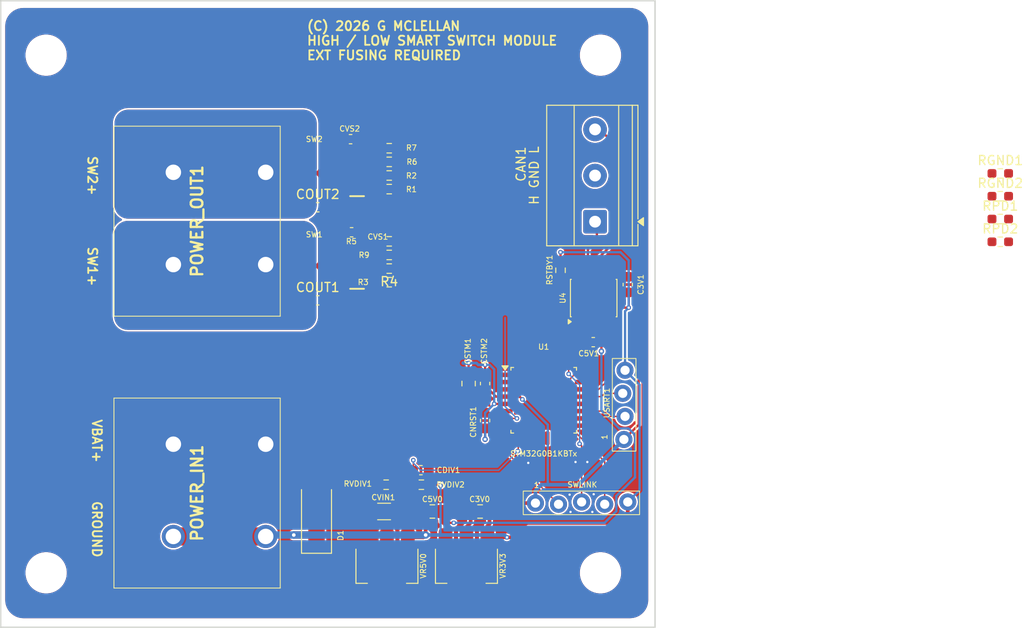
<source format=kicad_pcb>
(kicad_pcb (version 20241229) (generator "pcbnew") (generator_version "9.0")
  (layers (0 "F.Cu" signal) (2 "B.Cu" signal) (13 "F.Paste" user) (15 "B.Paste" user) (5 "F.SilkS" user "F.Silkscreen") (7 "B.SilkS" user "B.Silkscreen") (1 "F.Mask" user) (3 "B.Mask" user) (25 "Edge.Cuts" user))
  (net 0 "")
  (net 1 "GND")
  (net 2 "+3.3V")
  (net 3 "+12V")
  (net 4 "+5V")
  (net 5 "Net-(U4-STBY)")
  (net 6 "/SW1OUT")
  (net 7 "/SW1IS_PD")
  (net 8 "/SW1IN")
  (net 10 "/SW2OUT")
  (net 12 "/SW2IN")
  (net 13 "/SW1IS")
  (net 16 "/CAN1_RX")
  (net 17 "/USART1_RX")
  (net 19 "/VS")
  (net 22 "/CAN1_TX")
  (net 36 "/USART1_TX")
  (net 38 "/CAN_H")
  (net 39 "/CAN_L")
  (net 40 "/SWCLK")
  (net 41 "/SWDIO")
  (net 42 "/NRST")
  (net 46 "/SW2IS_PD")
  (net 48 "Net-(SW2-IN)")
  (net 49 "Net-(SW2-DEN)")
  (net 50 "Net-(SW1-IN)")
  (net 51 "Net-(SW1-DEN)")
  (net 52 "Net-(SW1-GND)")
  (net 53 "Net-(SW2-GND)")
  (footprint "Resistor_SMD:R_0603_1608Metric_Pad0.98x0.95mm_HandSolder" (layer "F.Cu") (at 123.75 97 180)
    (property "Reference" "R3" (at 2.8625 0 0) (layer "F.SilkS") (effects (font (size 0.6 0.6) (thickness 0.1))))
    (property "Value" "4K7" (hide yes))
    (pad "1" smd roundrect (at -0.9125 0 180) (size 0.975 0.95) (layers "F.Cu" "F.Mask" "F.Paste"))
    (pad "2" smd roundrect (at 0.9125 0 180) (size 0.975 0.95) (layers "F.Cu" "F.Mask" "F.Paste") (net 50 "Net-(SW1-IN)"))
  )
  (footprint "Capacitor_SMD:C_0603_1608Metric_Pad1.08x0.95mm_HandSolder" (layer "F.Cu") (at 119.5 81.25)
    (property "Reference" "CVS2" (at -0.1 -1.15 0) (layer "F.SilkS") (effects (font (size 0.6 0.6) (thickness 0.1))))
    (property "Value" "68n" (hide yes))
    (pad "1" smd roundrect (at -0.8625 0) (size 1.075 0.95) (layers "F.Cu" "F.Mask" "F.Paste") (net 3 "+12V"))
    (pad "2" smd roundrect (at 0.8625 0) (size 1.075 0.95) (layers "F.Cu" "F.Mask" "F.Paste") (net 1 "GND"))
  )
  (footprint "Capacitor_SMD:C_0805_2012Metric_Pad1.18x1.45mm_HandSolder" (layer "F.Cu") (at 132.4875 108.1625 90)
    (property "Reference" "CSTM1" (at 3.5625 -0.0875 90) (layer "F.SilkS") (effects (font (size 0.6 0.6) (thickness 0.1))))
    (property "Value" "4u7" (hide yes))
    (pad "1" smd roundrect (at -1.0375 0 90) (size 1.175 1.45) (layers "F.Cu" "F.Mask" "F.Paste") (roundrect_rratio 0.212766) (net 2 "+3.3V"))
    (pad "2" smd roundrect (at 1.0375 0 90) (size 1.175 1.45) (layers "F.Cu" "F.Mask" "F.Paste") (roundrect_rratio 0.212766) (net 1 "GND"))
  )
  (footprint "Resistor_SMD:R_0603_1608Metric_Pad0.98x0.95mm_HandSolder" (layer "F.Cu") (at 127.2875 119.3 180)
    (property "Reference" "RVDIV2" (at -3.2125 0 0) (layer "F.SilkS") (effects (font (size 0.6 0.6) (thickness 0.1))))
    (property "Value" "1K0" (hide yes))
    (pad "1" smd roundrect (at -0.9125 0 180) (size 0.975 0.95) (layers "F.Cu" "F.Mask" "F.Paste") (net 1 "GND"))
    (pad "2" smd roundrect (at 0.9125 0 180) (size 0.975 0.95) (layers "F.Cu" "F.Mask" "F.Paste") (net 19 "/VS"))
  )
  (footprint "SamacSys_Parts:VP0265840000G" (layer "F.Cu") (at 100 114.84 -90)
    (property "Reference" "POWER_IN1" (at 5.38 -2.61 270) (layer "F.SilkS") (effects (font (size 1.27 1.27) (thickness 0.254))))
    (property "Value" "PWRIN" (hide yes))
    (pad "1" thru_hole circle (at 0 0 270) (size 2.55 2.55) (drill 1.7) (layers "*.Cu" "*.Mask") (net 3 "+12V"))
    (pad "2" thru_hole circle (at 0 -10.16 270) (size 2.55 2.55) (drill 1.7) (layers "*.Cu" "*.Mask") (net 3 "+12V"))
    (pad "3" thru_hole circle (at 10.16 0 270) (size 2.55 2.55) (drill 1.7) (layers "*.Cu" "*.Mask") (net 1 "GND"))
    (pad "4" thru_hole circle (at 10.16 -10.16 270) (size 2.55 2.55) (drill 1.7) (layers "*.Cu" "*.Mask") (net 1 "GND"))
  )
  (footprint "Capacitor_SMD:C_1206_3216Metric_Pad1.33x1.80mm_HandSolder" (layer "F.Cu") (at 123.1875 122.25)
    (property "Reference" "CVIN1" (at -0.0875 -1.55 0) (layer "F.SilkS") (effects (font (size 0.6 0.6) (thickness 0.1))))
    (property "Value" "10u" (hide yes))
    (pad "1" smd roundrect (at -1.5625 0) (size 1.325 1.8) (layers "F.Cu" "F.Mask" "F.Paste") (roundrect_rratio 0.188679) (net 3 "+12V"))
    (pad "2" smd roundrect (at 1.5625 0) (size 1.325 1.8) (layers "F.Cu" "F.Mask" "F.Paste") (roundrect_rratio 0.188679) (net 1 "GND"))
  )
  (footprint "Resistor_SMD:R_0603_1608Metric_Pad0.98x0.95mm_HandSolder" (layer "F.Cu") (at 123.75 95.5 180)
    (property "Reference" "R4" (at 0 -1.43 0) (layer "F.SilkS"))
    (property "Value" "4K7")
    (pad "1" smd roundrect (at -0.9125 0 180) (size 0.975 0.95) (layers "F.Cu" "F.Mask" "F.Paste"))
    (pad "2" smd roundrect (at 0.9125 0 180) (size 0.975 0.95) (layers "F.Cu" "F.Mask" "F.Paste") (net 51 "Net-(SW1-DEN)"))
  )
  (footprint "Capacitor_SMD:C_0603_1608Metric_Pad1.08x0.95mm_HandSolder" (layer "F.Cu") (at 115.8875 99)
    (property "Reference" "COUT1" (at 0 -1.43 0) (layer "F.SilkS"))
    (property "Value" "10n")
    (pad "1" smd roundrect (at -0.8625 0) (size 1.075 0.95) (layers "F.Cu" "F.Mask" "F.Paste") (net 6 "/SW1OUT"))
    (pad "2" smd roundrect (at 0.8625 0) (size 1.075 0.95) (layers "F.Cu" "F.Mask" "F.Paste") (net 1 "GND"))
  )
  (footprint "Resistor_SMD:R_0603_1608Metric_Pad0.98x0.95mm_HandSolder" (layer "F.Cu") (at 190.9875 92.55)
    (property "Reference" "RPD2" (at 0 -1.43 0) (layer "F.SilkS"))
    (property "Value" "47K")
    (pad "1" smd roundrect (at -0.9125 0) (size 0.975 0.95) (layers "F.Cu" "F.Mask" "F.Paste") (net 1 "GND"))
    (pad "2" smd roundrect (at 0.9125 0) (size 0.975 0.95) (layers "F.Cu" "F.Mask" "F.Paste") (net 6 "/SW1OUT"))
  )
  (footprint "Package_QFP:LQFP-32_7x7mm_P0.8mm" (layer "F.Cu") (at 140.75 110)
    (property "Reference" "U1" (at 0 -5.88 0) (layer "F.SilkS") (effects (font (size 0.6 0.6) (thickness 0.1))))
    (property "Value" "STM32G0B1KBTx" (at 0 5.88 0) (layer "F.SilkS") (effects (font (size 0.6 0.6) (thickness 0.1))))
    (pad "1" smd roundrect (at -4.175 -2.8) (size 1.5 0.5) (layers "F.Cu" "F.Mask" "F.Paste"))
    (pad "2" smd roundrect (at -4.175 -2) (size 1.5 0.5) (layers "F.Cu" "F.Mask" "F.Paste"))
    (pad "3" smd roundrect (at -4.175 -1.2) (size 1.5 0.5) (layers "F.Cu" "F.Mask" "F.Paste"))
    (pad "4" smd roundrect (at -4.175 -0.4) (size 1.5 0.5) (layers "F.Cu" "F.Mask" "F.Paste") (net 2 "+3.3V"))
    (pad "5" smd roundrect (at -4.175 0.4) (size 1.5 0.5) (layers "F.Cu" "F.Mask" "F.Paste") (net 1 "GND"))
    (pad "6" smd roundrect (at -4.175 1.2) (size 1.5 0.5) (layers "F.Cu" "F.Mask" "F.Paste") (net 42 "/NRST"))
    (pad "7" smd roundrect (at -4.175 2) (size 1.5 0.5) (layers "F.Cu" "F.Mask" "F.Paste") (net 13 "/SW1IS"))
    (pad "8" smd roundrect (at -4.175 2.8) (size 1.5 0.5) (layers "F.Cu" "F.Mask" "F.Paste"))
    (pad "9" smd roundrect (at -2.8 4.175) (size 0.5 1.5) (layers "F.Cu" "F.Mask" "F.Paste") (net 19 "/VS"))
    (pad "10" smd roundrect (at -2 4.175) (size 0.5 1.5) (layers "F.Cu" "F.Mask" "F.Paste"))
    (pad "11" smd roundrect (at -1.2 4.175) (size 0.5 1.5) (layers "F.Cu" "F.Mask" "F.Paste"))
    (pad "12" smd roundrect (at -0.4 4.175) (size 0.5 1.5) (layers "F.Cu" "F.Mask" "F.Paste"))
    (pad "13" smd roundrect (at 0.4 4.175) (size 0.5 1.5) (layers "F.Cu" "F.Mask" "F.Paste"))
    (pad "14" smd roundrect (at 1.2 4.175) (size 0.5 1.5) (layers "F.Cu" "F.Mask" "F.Paste"))
    (pad "15" smd roundrect (at 2 4.175) (size 0.5 1.5) (layers "F.Cu" "F.Mask" "F.Paste"))
    (pad "16" smd roundrect (at 2.8 4.175) (size 0.5 1.5) (layers "F.Cu" "F.Mask" "F.Paste"))
    (pad "17" smd roundrect (at 4.175 2.8) (size 1.5 0.5) (layers "F.Cu" "F.Mask" "F.Paste"))
    (pad "18" smd roundrect (at 4.175 2) (size 1.5 0.5) (layers "F.Cu" "F.Mask" "F.Paste"))
    (pad "19" smd roundrect (at 4.175 1.2) (size 1.5 0.5) (layers "F.Cu" "F.Mask" "F.Paste") (net 36 "/USART1_TX"))
    (pad "20" smd roundrect (at 4.175 0.4) (size 1.5 0.5) (layers "F.Cu" "F.Mask" "F.Paste"))
    (pad "21" smd roundrect (at 4.175 -0.4) (size 1.5 0.5) (layers "F.Cu" "F.Mask" "F.Paste") (net 17 "/USART1_RX"))
    (pad "22" smd roundrect (at 4.175 -1.2) (size 1.5 0.5) (layers "F.Cu" "F.Mask" "F.Paste") (net 16 "/CAN1_RX"))
    (pad "23" smd roundrect (at 4.175 -2) (size 1.5 0.5) (layers "F.Cu" "F.Mask" "F.Paste") (net 22 "/CAN1_TX"))
    (pad "24" smd roundrect (at 4.175 -2.8) (size 1.5 0.5) (layers "F.Cu" "F.Mask" "F.Paste") (net 41 "/SWDIO"))
    (pad "25" smd roundrect (at 2.8 -4.175) (size 0.5 1.5) (layers "F.Cu" "F.Mask" "F.Paste") (net 40 "/SWCLK"))
    (pad "26" smd roundrect (at 2 -4.175) (size 0.5 1.5) (layers "F.Cu" "F.Mask" "F.Paste"))
    (pad "27" smd roundrect (at 1.2 -4.175) (size 0.5 1.5) (layers "F.Cu" "F.Mask" "F.Paste"))
    (pad "28" smd roundrect (at 0.4 -4.175) (size 0.5 1.5) (layers "F.Cu" "F.Mask" "F.Paste"))
    (pad "29" smd roundrect (at -0.4 -4.175) (size 0.5 1.5) (layers "F.Cu" "F.Mask" "F.Paste"))
    (pad "30" smd roundrect (at -1.2 -4.175) (size 0.5 1.5) (layers "F.Cu" "F.Mask" "F.Paste") (net 12 "/SW2IN"))
    (pad "31" smd roundrect (at -2 -4.175) (size 0.5 1.5) (layers "F.Cu" "F.Mask" "F.Paste"))
    (pad "32" smd roundrect (at -2.8 -4.175) (size 0.5 1.5) (layers "F.Cu" "F.Mask" "F.Paste") (net 8 "/SW1IN"))
  )
  (footprint "Capacitor_SMD:C_0603_1608Metric_Pad1.08x0.95mm_HandSolder" (layer "F.Cu") (at 134.3 108.1625 90)
    (property "Reference" "CSTM2" (at 3.5625 -0.1 90) (layer "F.SilkS") (effects (font (size 0.6 0.6) (thickness 0.1))))
    (property "Value" "100n" (hide yes))
    (pad "1" smd roundrect (at -0.8625 0 90) (size 1.075 0.95) (layers "F.Cu" "F.Mask" "F.Paste") (net 2 "+3.3V"))
    (pad "2" smd roundrect (at 0.8625 0 90) (size 1.075 0.95) (layers "F.Cu" "F.Mask" "F.Paste") (net 1 "GND"))
  )
  (footprint "Resistor_SMD:R_0603_1608Metric_Pad0.98x0.95mm_HandSolder" (layer "F.Cu") (at 123.4125 119.3 180)
    (property "Reference" "RVDIV1" (at 3.1125 0.1 0) (layer "F.SilkS") (effects (font (size 0.6 0.6) (thickness 0.1))))
    (property "Value" "4K7" (hide yes))
    (pad "1" smd roundrect (at -0.9125 0 180) (size 0.975 0.95) (layers "F.Cu" "F.Mask" "F.Paste") (net 19 "/VS"))
    (pad "2" smd roundrect (at 0.9125 0 180) (size 0.975 0.95) (layers "F.Cu" "F.Mask" "F.Paste") (net 3 "+12V"))
  )
  (footprint "Capacitor_SMD:C_0603_1608Metric_Pad1.08x0.95mm_HandSolder" (layer "F.Cu") (at 127.2375 117.7)
    (property "Reference" "CDIV1" (at 3.0375 0 0) (layer "F.SilkS") (effects (font (size 0.6 0.6) (thickness 0.1))))
    (property "Value" "100n" (hide yes))
    (pad "1" smd roundrect (at -0.8625 0) (size 1.075 0.95) (layers "F.Cu" "F.Mask" "F.Paste") (net 19 "/VS"))
    (pad "2" smd roundrect (at 0.8625 0) (size 1.075 0.95) (layers "F.Cu" "F.Mask" "F.Paste") (net 1 "GND"))
  )
  (footprint "MountingHole:MountingHole_4.3mm_M4" (layer "F.Cu") (at 147 129)
    (property "Reference" "H4" (hide yes))
    (property "Value" "M4 4.3mm" (hide yes))
    (pad "" np_thru_hole circle (at 0 0) (size 4.3 4.3) (drill 4.3) (layers "*.Cu" "*.Mask"))
  )
  (footprint "PCM_SparkFun-Semiconductor-Standard:SOT-223-3_TabPin2" (layer "F.Cu") (at 132.25 128.25 -90)
    (property "Reference" "VR3V3" (at 0 -4 90) (layer "F.SilkS") (effects (font (size 0.6 0.6) (thickness 0.1))))
    (property "Value" "NCV1117ST33" (hide yes))
    (pad "1" smd roundrect (at -3.15 -2.3 270) (size 2 1.5) (layers "F.Cu" "F.Mask" "F.Paste") (net 1 "GND"))
    (pad "2" smd roundrect (at -3.15 0 270) (size 2 1.5) (layers "F.Cu" "F.Mask" "F.Paste") (net 2 "+3.3V"))
    (pad "2" smd roundrect (at 3.15 0 270) (size 2 3.8) (layers "F.Cu" "F.Mask" "F.Paste") (net 2 "+3.3V"))
    (pad "3" smd roundrect (at -3.15 2.3 270) (size 2 1.5) (layers "F.Cu" "F.Mask" "F.Paste") (net 4 "+5V"))
  )
  (footprint "Resistor_SMD:R_0603_1608Metric_Pad0.98x0.95mm_HandSolder" (layer "F.Cu") (at 142.6 95.6875 -90)
    (property "Reference" "RSTBY1" (at -0.0375 1.2 90) (layer "F.SilkS") (effects (font (size 0.6 0.6) (thickness 0.1))))
    (property "Value" "10K" (hide yes))
    (pad "1" smd roundrect (at -0.9125 0 270) (size 0.975 0.95) (layers "F.Cu" "F.Mask" "F.Paste") (net 1 "GND"))
    (pad "2" smd roundrect (at 0.9125 0 270) (size 0.975 0.95) (layers "F.Cu" "F.Mask" "F.Paste") (net 5 "Net-(U4-STBY)"))
  )
  (footprint "TerminalBlock_Phoenix:TerminalBlock_Phoenix_MKDS-1,5-3-5.08_1x03_P5.08mm_Horizontal" (layer "F.Cu") (at 146.4 90.335 90)
    (property "Reference" "CAN1" (at 6.335 -8.15 270) (layer "F.SilkS"))
    (property "Value" "H GND L" (at 5.08 -6.7 90) (layer "F.SilkS"))
    (pad "1" thru_hole roundrect (at 0 0 90) (size 2.6 2.6) (drill 1.3) (layers "*.Cu" "*.Mask") (roundrect_rratio 0.096154) (net 38 "/CAN_H"))
    (pad "2" thru_hole circle (at 5.08 0 90) (size 2.6 2.6) (drill 1.3) (layers "*.Cu" "*.Mask") (net 1 "GND"))
    (pad "3" thru_hole circle (at 10.16 0 90) (size 2.6 2.6) (drill 1.3) (layers "*.Cu" "*.Mask") (net 39 "/CAN_L"))
  )
  (footprint "Capacitor_SMD:C_0805_2012Metric_Pad1.18x1.45mm_HandSolder" (layer "F.Cu") (at 128.5 122.25 180)
    (property "Reference" "C5V0" (at 0 1.35 0) (layer "F.SilkS") (effects (font (size 0.6 0.6) (thickness 0.1))))
    (property "Value" "10u" (hide yes))
    (pad "1" smd roundrect (at -1.0375 0 180) (size 1.175 1.45) (layers "F.Cu" "F.Mask" "F.Paste") (roundrect_rratio 0.212766) (net 4 "+5V"))
    (pad "2" smd roundrect (at 1.0375 0 180) (size 1.175 1.45) (layers "F.Cu" "F.Mask" "F.Paste") (roundrect_rratio 0.212766) (net 1 "GND"))
  )
  (footprint "Capacitor_SMD:C_0603_1608Metric_Pad1.08x0.95mm_HandSolder" (layer "F.Cu") (at 134.3 112.2375 -90)
    (property "Reference" "CNRST1" (at 0.1625 1.3 90) (layer "F.SilkS") (effects (font (size 0.6 0.6) (thickness 0.1))))
    (property "Value" "100n" (hide yes))
    (pad "1" smd roundrect (at -0.8625 0 270) (size 1.075 0.95) (layers "F.Cu" "F.Mask" "F.Paste") (net 42 "/NRST"))
    (pad "2" smd roundrect (at 0.8625 0 270) (size 1.075 0.95) (layers "F.Cu" "F.Mask" "F.Paste") (net 1 "GND"))
  )
  (footprint "SamacSys_Parts:VP0265840000G" (layer "F.Cu") (at 100 84.9 -90)
    (property "Reference" "POWER_OUT1" (at 5.38 -2.61 270) (layer "F.SilkS") (effects (font (size 1.27 1.27) (thickness 0.254))))
    (property "Value" "SW1+ SW2+" (hide yes))
    (pad "1" thru_hole circle (at 0 0 270) (size 2.55 2.55) (drill 1.7) (layers "*.Cu" "*.Mask") (net 10 "/SW2OUT"))
    (pad "2" thru_hole circle (at 0 -10.16 270) (size 2.55 2.55) (drill 1.7) (layers "*.Cu" "*.Mask") (net 10 "/SW2OUT"))
    (pad "3" thru_hole circle (at 10.16 0 270) (size 2.55 2.55) (drill 1.7) (layers "*.Cu" "*.Mask") (net 6 "/SW1OUT"))
    (pad "4" thru_hole circle (at 10.16 -10.16 270) (size 2.55 2.55) (drill 1.7) (layers "*.Cu" "*.Mask") (net 6 "/SW1OUT"))
  )
  (footprint "Resistor_SMD:R_0603_1608Metric_Pad0.98x0.95mm_HandSolder" (layer "F.Cu") (at 123.75 82.25 180)
    (property "Reference" "R7" (at -2.45 0.05 0) (layer "F.SilkS") (effects (font (size 0.6 0.6) (thickness 0.1))))
    (property "Value" "1K0" (hide yes))
    (pad "1" smd roundrect (at -0.9125 0 180) (size 0.975 0.95) (layers "F.Cu" "F.Mask" "F.Paste") (net 1 "GND"))
    (pad "2" smd roundrect (at 0.9125 0 180) (size 0.975 0.95) (layers "F.Cu" "F.Mask" "F.Paste") (net 46 "/SW2IS_PD"))
  )
  (footprint "MountingHole:MountingHole_4.3mm_M4" (layer "F.Cu") (at 86 72)
    (property "Reference" "H1" (hide yes))
    (property "Value" "M4 4.3mm" (hide yes))
    (pad "" np_thru_hole circle (at 0 0) (size 4.3 4.3) (drill 4.3) (layers "*.Cu" "*.Mask"))
  )
  (footprint "SamacSys_Parts:SOP65P600X115-15N" (layer "F.Cu") (at 117.5 85 180)
    (property "Reference" "SW2" (at 2 3.75 0) (layer "F.SilkS") (effects (font (size 0.6 0.6) (thickness 0.1))))
    (property "Value" "BTS7002-1EPP" (hide yes))
    (pad "1" smd rect (at -2.712 -1.95 270) (size 0.45 1.525) (layers "F.Cu" "F.Mask" "F.Paste") (net 53 "Net-(SW2-GND)"))
    (pad "2" smd rect (at -2.712 -1.3 270) (size 0.45 1.525) (layers "F.Cu" "F.Mask" "F.Paste") (net 48 "Net-(SW2-IN)"))
    (pad "3" smd rect (at -2.712 -0.65 270) (size 0.45 1.525) (layers "F.Cu" "F.Mask" "F.Paste") (net 49 "Net-(SW2-DEN)"))
    (pad "4" smd rect (at -2.712 0 270) (size 0.45 1.525) (layers "F.Cu" "F.Mask" "F.Paste") (net 46 "/SW2IS_PD"))
    (pad "5" smd rect (at -2.712 0.65 270) (size 0.45 1.525) (layers "F.Cu" "F.Mask" "F.Paste"))
    (pad "6" smd rect (at -2.712 1.3 270) (size 0.45 1.525) (layers "F.Cu" "F.Mask" "F.Paste"))
    (pad "7" smd rect (at -2.712 1.95 270) (size 0.45 1.525) (layers "F.Cu" "F.Mask" "F.Paste"))
    (pad "8" smd rect (at 2.712 1.95 270) (size 0.45 1.525) (layers "F.Cu" "F.Mask" "F.Paste") (net 10 "/SW2OUT"))
    (pad "9" smd rect (at 2.712 1.3 270) (size 0.45 1.525) (layers "F.Cu" "F.Mask" "F.Paste") (net 10 "/SW2OUT"))
    (pad "10" smd rect (at 2.712 0.65 270) (size 0.45 1.525) (layers "F.Cu" "F.Mask" "F.Paste") (net 10 "/SW2OUT"))
    (pad "11" smd rect (at 2.712 0 270) (size 0.45 1.525) (layers "F.Cu" "F.Mask" "F.Paste"))
    (pad "12" smd rect (at 2.712 -0.65 270) (size 0.45 1.525) (layers "F.Cu" "F.Mask" "F.Paste") (net 10 "/SW2OUT"))
    (pad "13" smd rect (at 2.712 -1.3 270) (size 0.45 1.525) (layers "F.Cu" "F.Mask" "F.Paste") (net 10 "/SW2OUT"))
    (pad "14" smd rect (at 2.712 -1.95 270) (size 0.45 1.525) (layers "F.Cu" "F.Mask" "F.Paste") (net 10 "/SW2OUT"))
    (pad "15" smd rect (at 0 0 180) (size 2.75 4.1) (layers "F.Cu" "F.Mask" "F.Paste") (net 3 "+12V"))
  )
  (footprint "Package_SO:SOIC-8_3.9x4.9mm_P1.27mm" (layer "F.Cu") (at 146.25 98.75 90)
    (property "Reference" "U4" (at 0 -3.4 90) (layer "F.SilkS") (effects (font (size 0.6 0.6) (thickness 0.1))))
    (property "Value" "MCP2562-E-SN" (hide yes))
    (pad "1" smd roundrect (at -2.475 -1.905 90) (size 1.95 0.6) (layers "F.Cu" "F.Mask" "F.Paste") (net 22 "/CAN1_TX"))
    (pad "2" smd roundrect (at -2.475 -0.635 90) (size 1.95 0.6) (layers "F.Cu" "F.Mask" "F.Paste") (net 1 "GND"))
    (pad "3" smd roundrect (at -2.475 0.635 90) (size 1.95 0.6) (layers "F.Cu" "F.Mask" "F.Paste") (net 4 "+5V"))
    (pad "4" smd roundrect (at -2.475 1.905 90) (size 1.95 0.6) (layers "F.Cu" "F.Mask" "F.Paste") (net 16 "/CAN1_RX"))
    (pad "5" smd roundrect (at 2.475 1.905 90) (size 1.95 0.6) (layers "F.Cu" "F.Mask" "F.Paste") (net 2 "+3.3V"))
    (pad "6" smd roundrect (at 2.475 0.635 90) (size 1.95 0.6) (layers "F.Cu" "F.Mask" "F.Paste") (net 39 "/CAN_L"))
    (pad "7" smd roundrect (at 2.475 -0.635 90) (size 1.95 0.6) (layers "F.Cu" "F.Mask" "F.Paste") (net 38 "/CAN_H"))
    (pad "8" smd roundrect (at 2.475 -1.905 90) (size 1.95 0.6) (layers "F.Cu" "F.Mask" "F.Paste") (net 5 "Net-(U4-STBY)"))
  )
  (footprint "Resistor_SMD:R_0603_1608Metric_Pad0.98x0.95mm_HandSolder" (layer "F.Cu") (at 190.9875 90.04)
    (property "Reference" "RPD1" (at 0 -1.43 0) (layer "F.SilkS"))
    (property "Value" "47K")
    (pad "1" smd roundrect (at -0.9125 0) (size 0.975 0.95) (layers "F.Cu" "F.Mask" "F.Paste") (net 1 "GND"))
    (pad "2" smd roundrect (at 0.9125 0) (size 0.975 0.95) (layers "F.Cu" "F.Mask" "F.Paste") (net 10 "/SW2OUT"))
  )
  (footprint "PCM_SparkFun-Connector:1x04_P2.54mm_Locking" (layer "F.Cu") (at 149.573 114.32 90)
    (property "Reference" "J2")
    (property "Value" "USART1" (at 4.02 -1.873 90) (layer "F.SilkS") (effects (font (size 0.6 0.6) (thickness 0.1))))
    (pad "1" thru_hole circle (at 0 0 180) (size 1.8796 1.8796) (drill 1.016) (layers "*.Cu" "*.Mask") (net 2 "+3.3V"))
    (pad "2" thru_hole circle (at 2.54 0.127 180) (size 1.8796 1.8796) (drill 1.016) (layers "*.Cu" "*.Mask") (net 36 "/USART1_TX"))
    (pad "3" thru_hole circle (at 5.08 -0.127 180) (size 1.8796 1.8796) (drill 1.016) (layers "*.Cu" "*.Mask") (net 17 "/USART1_RX"))
    (pad "4" thru_hole circle (at 7.62 0.127 180) (size 1.8796 1.8796) (drill 1.016) (layers "*.Cu" "*.Mask") (net 1 "GND"))
  )
  (footprint "Resistor_SMD:R_0603_1608Metric_Pad0.98x0.95mm_HandSolder" (layer "F.Cu") (at 123.75 83.75 180)
    (property "Reference" "R6" (at -2.5 0 0) (layer "F.SilkS") (effects (font (size 0.6 0.6) (thickness 0.1))))
    (property "Value" "10K" (hide yes))
    (pad "1" smd roundrect (at -0.9125 0 180) (size 0.975 0.95) (layers "F.Cu" "F.Mask" "F.Paste"))
    (pad "2" smd roundrect (at 0.9125 0 180) (size 0.975 0.95) (layers "F.Cu" "F.Mask" "F.Paste") (net 46 "/SW2IS_PD"))
  )
  (footprint "Capacitor_SMD:C_0603_1608Metric_Pad1.08x0.95mm_HandSolder" (layer "F.Cu") (at 150 97.2625 -90)
    (property "Reference" "C3V1" (at 0 -1.43 90) (layer "F.SilkS") (effects (font (size 0.6 0.6) (thickness 0.1))))
    (property "Value" "100n" (hide yes))
    (pad "1" smd roundrect (at -0.8625 0 270) (size 1.075 0.95) (layers "F.Cu" "F.Mask" "F.Paste") (net 2 "+3.3V"))
    (pad "2" smd roundrect (at 0.8625 0 270) (size 1.075 0.95) (layers "F.Cu" "F.Mask" "F.Paste") (net 1 "GND"))
  )
  (footprint "Resistor_SMD:R_0603_1608Metric_Pad0.98x0.95mm_HandSolder" (layer "F.Cu") (at 123.75 86.75 180)
    (property "Reference" "R1" (at -2.445802 -0.025789 0) (layer "F.SilkS") (effects (font (size 0.6 0.6) (thickness 0.1))))
    (property "Value" "4K7" (hide yes))
    (pad "1" smd roundrect (at -0.9125 0 180) (size 0.975 0.95) (layers "F.Cu" "F.Mask" "F.Paste"))
    (pad "2" smd roundrect (at 0.9125 0 180) (size 0.975 0.95) (layers "F.Cu" "F.Mask" "F.Paste") (net 48 "Net-(SW2-IN)"))
  )
  (footprint "MountingHole:MountingHole_4.3mm_M4" (layer "F.Cu") (at 86 129)
    (property "Reference" "H2" (hide yes))
    (property "Value" "M4 4.3mm" (hide yes))
    (pad "" np_thru_hole circle (at 0 0) (size 4.3 4.3) (drill 4.3) (layers "*.Cu" "*.Mask"))
  )
  (footprint "Diode_SMD:D_SMA_Handsoldering" (layer "F.Cu") (at 115.75 122.34 90)
    (property "Reference" "D1" (at -2.55 2.65 90) (layer "F.SilkS") (effects (font (size 0.6 0.6) (thickness 0.1))))
    (property "Value" "33V" (hide yes))
    (pad "1" smd roundrect (at -2.5 0 90) (size 3.5 1.8) (layers "F.Cu" "F.Mask" "F.Paste") (roundrect_rratio 0.1388888889) (net 1 "GND"))
    (pad "2" smd roundrect (at 2.5 0 90) (size 3.5 1.8) (layers "F.Cu" "F.Mask" "F.Paste") (roundrect_rratio 0.1388888889) (net 3 "+12V"))
  )
  (footprint "SamacSys_Parts:SOP65P600X115-15N" (layer "F.Cu") (at 117.5 95.2 180)
    (property "Reference" "SW1" (at 2 3.45 0) (layer "F.SilkS") (effects (font (size 0.6 0.6) (thickness 0.1))))
    (property "Value" "BTS7002-1EPP" (hide yes))
    (pad "1" smd rect (at -2.712 -1.95 270) (size 0.45 1.525) (layers "F.Cu" "F.Mask" "F.Paste") (net 52 "Net-(SW1-GND)"))
    (pad "2" smd rect (at -2.712 -1.3 270) (size 0.45 1.525) (layers "F.Cu" "F.Mask" "F.Paste") (net 50 "Net-(SW1-IN)"))
    (pad "3" smd rect (at -2.712 -0.65 270) (size 0.45 1.525) (layers "F.Cu" "F.Mask" "F.Paste") (net 51 "Net-(SW1-DEN)"))
    (pad "4" smd rect (at -2.712 0 270) (size 0.45 1.525) (layers "F.Cu" "F.Mask" "F.Paste") (net 7 "/SW1IS_PD"))
    (pad "5" smd rect (at -2.712 0.65 270) (size 0.45 1.525) (layers "F.Cu" "F.Mask" "F.Paste"))
    (pad "6" smd rect (at -2.712 1.3 270) (size 0.45 1.525) (layers "F.Cu" "F.Mask" "F.Paste"))
    (pad "7" smd rect (at -2.712 1.95 270) (size 0.45 1.525) (layers "F.Cu" "F.Mask" "F.Paste"))
    (pad "8" smd rect (at 2.712 1.95 270) (size 0.45 1.525) (layers "F.Cu" "F.Mask" "F.Paste") (net 6 "/SW1OUT"))
    (pad "9" smd rect (at 2.712 1.3 270) (size 0.45 1.525) (layers "F.Cu" "F.Mask" "F.Paste") (net 6 "/SW1OUT"))
    (pad "10" smd rect (at 2.712 0.65 270) (size 0.45 1.525) (layers "F.Cu" "F.Mask" "F.Paste") (net 6 "/SW1OUT"))
    (pad "11" smd rect (at 2.712 0 270) (size 0.45 1.525) (layers "F.Cu" "F.Mask" "F.Paste"))
    (pad "12" smd rect (at 2.712 -0.65 270) (size 0.45 1.525) (layers "F.Cu" "F.Mask" "F.Paste") (net 6 "/SW1OUT"))
    (pad "13" smd rect (at 2.712 -1.3 270) (size 0.45 1.525) (layers "F.Cu" "F.Mask" "F.Paste") (net 6 "/SW1OUT"))
    (pad "14" smd rect (at 2.712 -1.95 270) (size 0.45 1.525) (layers "F.Cu" "F.Mask" "F.Paste") (net 6 "/SW1OUT"))
    (pad "15" smd rect (at 0 0 180) (size 2.75 4.1) (layers "F.Cu" "F.Mask" "F.Paste") (net 3 "+12V"))
  )
  (footprint "Resistor_SMD:R_0603_1608Metric_Pad0.98x0.95mm_HandSolder" (layer "F.Cu") (at 123.75 92.5 180)
    (property "Reference" "R5" (at 4.1625 -0.01 0) (layer "F.SilkS") (effects (font (size 0.6 0.6) (thickness 0.1))))
    (property "Value" "10K" (hide yes))
    (pad "1" smd roundrect (at -0.9125 0 180) (size 0.975 0.95) (layers "F.Cu" "F.Mask" "F.Paste"))
    (pad "2" smd roundrect (at 0.9125 0 180) (size 0.975 0.95) (layers "F.Cu" "F.Mask" "F.Paste") (net 7 "/SW1IS_PD"))
  )
  (footprint "Capacitor_SMD:C_0603_1608Metric_Pad1.08x0.95mm_HandSolder" (layer "F.Cu") (at 119.6125 91.5)
    (property "Reference" "CVS1" (at 2.8875 0.5 0) (layer "F.SilkS") (effects (font (size 0.6 0.6) (thickness 0.1) (bold yes))))
    (property "Value" "68n" (hide yes))
    (pad "1" smd roundrect (at -0.8625 0) (size 1.075 0.95) (layers "F.Cu" "F.Mask" "F.Paste") (net 3 "+12V"))
    (pad "2" smd roundrect (at 0.8625 0) (size 1.075 0.95) (layers "F.Cu" "F.Mask" "F.Paste") (net 1 "GND"))
  )
  (footprint "Capacitor_SMD:C_0603_1608Metric_Pad1.08x0.95mm_HandSolder" (layer "F.Cu") (at 146.2 103.6 180)
    (property "Reference" "C5V1" (at 0.5 -1.25 0) (layer "F.SilkS") (effects (font (size 0.6 0.6) (thickness 0.1))))
    (property "Value" "100n" (hide yes))
    (pad "1" smd roundrect (at -0.8625 0 180) (size 1.075 0.95) (layers "F.Cu" "F.Mask" "F.Paste") (net 4 "+5V"))
    (pad "2" smd roundrect (at 0.8625 0 180) (size 1.075 0.95) (layers "F.Cu" "F.Mask" "F.Paste") (net 1 "GND"))
  )
  (footprint "Resistor_SMD:R_0603_1608Metric_Pad0.98x0.95mm_HandSolder" (layer "F.Cu") (at 190.9875 87.53)
    (property "Reference" "RGND2" (at 0 -1.43 0) (layer "F.SilkS"))
    (property "Value" "47R")
    (pad "1" smd roundrect (at -0.9125 0) (size 0.975 0.95) (layers "F.Cu" "F.Mask" "F.Paste") (net 53 "Net-(SW2-GND)"))
    (pad "2" smd roundrect (at 0.9125 0) (size 0.975 0.95) (layers "F.Cu" "F.Mask" "F.Paste") (net 1 "GND"))
  )
  (footprint "MountingHole:MountingHole_4.3mm_M4" (layer "F.Cu") (at 147 72)
    (property "Reference" "H3" (hide yes))
    (property "Value" "M4 4.3mm" (hide yes))
    (pad "" np_thru_hole circle (at 0 0) (size 4.3 4.3) (drill 4.3) (layers "*.Cu" "*.Mask"))
  )
  (footprint "Resistor_SMD:R_0603_1608Metric_Pad0.98x0.95mm_HandSolder" (layer "F.Cu") (at 123.75 85.25 180)
    (property "Reference" "R2" (at -2.445802 -0.025789 0) (layer "F.SilkS") (effects (font (size 0.6 0.6) (thickness 0.1))))
    (property "Value" "4K7" (hide yes))
    (pad "1" smd roundrect (at -0.9125 0 180) (size 0.975 0.95) (layers "F.Cu" "F.Mask" "F.Paste"))
    (pad "2" smd roundrect (at 0.9125 0 180) (size 0.975 0.95) (layers "F.Cu" "F.Mask" "F.Paste") (net 49 "Net-(SW2-DEN)"))
  )
  (footprint "Resistor_SMD:R_0603_1608Metric_Pad0.98x0.95mm_HandSolder" (layer "F.Cu") (at 123.75 94 180)
    (property "Reference" "R9" (at 2.7625 -0.01 0) (layer "F.SilkS") (effects (font (size 0.6 0.6) (thickness 0.1))))
    (property "Value" "1K0" (hide yes))
    (pad "1" smd roundrect (at -0.9125 0 180) (size 0.975 0.95) (layers "F.Cu" "F.Mask" "F.Paste") (net 1 "GND"))
    (pad "2" smd roundrect (at 0.9125 0 180) (size 0.975 0.95) (layers "F.Cu" "F.Mask" "F.Paste") (net 7 "/SW1IS_PD"))
  )
  (footprint "Capacitor_SMD:C_0805_2012Metric_Pad1.18x1.45mm_HandSolder" (layer "F.Cu") (at 133.75 122.25)
    (property "Reference" "C3V0" (at -0.05 -1.35 0) (layer "F.SilkS") (effects (font (size 0.6 0.6) (thickness 0.1))))
    (property "Value" "10u" (hide yes))
    (pad "1" smd roundrect (at -1.0375 0) (size 1.175 1.45) (layers "F.Cu" "F.Mask" "F.Paste") (roundrect_rratio 0.212766) (net 2 "+3.3V"))
    (pad "2" smd roundrect (at 1.0375 0) (size 1.175 1.45) (layers "F.Cu" "F.Mask" "F.Paste") (roundrect_rratio 0.212766) (net 1 "GND"))
  )
  (footprint "PCM_SparkFun-Semiconductor-Standard:SOT-223-3_TabPin2" (layer "F.Cu") (at 123.5 128.25 -90)
    (property "Reference" "VR5V0" (at 0 -4 90) (layer "F.SilkS") (effects (font (size 0.6 0.6) (thickness 0.1))))
    (property "Value" "NCV1117ST50" (hide yes))
    (pad "1" smd roundrect (at -3.15 -2.3 270) (size 2 1.5) (layers "F.Cu" "F.Mask" "F.Paste") (net 1 "GND"))
    (pad "2" smd roundrect (at -3.15 0 270) (size 2 1.5) (layers "F.Cu" "F.Mask" "F.Paste") (net 4 "+5V"))
    (pad "2" smd roundrect (at 3.15 0 270) (size 2 3.8) (layers "F.Cu" "F.Mask" "F.Paste") (net 4 "+5V"))
    (pad "3" smd roundrect (at -3.15 2.3 270) (size 2 1.5) (layers "F.Cu" "F.Mask" "F.Paste") (net 3 "+12V"))
  )
  (footprint "Resistor_SMD:R_0603_1608Metric_Pad0.98x0.95mm_HandSolder" (layer "F.Cu") (at 190.9875 85.02)
    (property "Reference" "RGND1" (at 0 -1.43 0) (layer "F.SilkS"))
    (property "Value" "47R")
    (pad "1" smd roundrect (at -0.9125 0) (size 0.975 0.95) (layers "F.Cu" "F.Mask" "F.Paste") (net 52 "Net-(SW1-GND)"))
    (pad "2" smd roundrect (at 0.9125 0) (size 0.975 0.95) (layers "F.Cu" "F.Mask" "F.Paste") (net 1 "GND"))
  )
  (footprint "PCM_SparkFun-Connector:1x05_P2.54mm_Locking" (layer "F.Cu") (at 139.84 121.327)
    (property "Reference" "J1" (hide yes))
    (property "Value" "SWLINK" (at 5.16 -2.027 0) (layer "F.SilkS") (effects (font (size 0.6 0.6) (thickness 0.1))))
    (pad "1" thru_hole circle (at 0 0 90) (size 1.8796 1.8796) (drill 1.016) (layers "*.Cu" "*.Mask") (net 2 "+3.3V"))
    (pad "2" thru_hole circle (at 2.54 0.127 90) (size 1.8796 1.8796) (drill 1.016) (layers "*.Cu" "*.Mask") (net 42 "/NRST"))
    (pad "3" thru_hole circle (at 5.08 -0.127 90) (size 1.8796 1.8796) (drill 1.016) (layers "*.Cu" "*.Mask") (net 40 "/SWCLK"))
    (pad "4" thru_hole circle (at 7.62 0.127 90) (size 1.8796 1.8796) (drill 1.016) (layers "*.Cu" "*.Mask") (net 41 "/SWDIO"))
    (pad "5" thru_hole circle (at 10.16 -0.127 90) (size 1.8796 1.8796) (drill 1.016) (layers "*.Cu" "*.Mask") (net 1 "GND"))
  )
  (footprint "Capacitor_SMD:C_0603_1608Metric_Pad1.08x0.95mm_HandSolder" (layer "F.Cu") (at 115.8875 88.75)
    (property "Reference" "COUT2" (at 0 -1.43 0) (layer "F.SilkS"))
    (property "Value" "10n")
    (pad "1" smd roundrect (at -0.8625 0) (size 1.075 0.95) (layers "F.Cu" "F.Mask" "F.Paste") (net 10 "/SW2OUT"))
    (pad "2" smd roundrect (at 0.8625 0) (size 1.075 0.95) (layers "F.Cu" "F.Mask" "F.Paste") (net 1 "GND"))
  )
  (gr_rect (start 138.5 120) (end 151.3 122.6) (stroke (width 0.1)) (fill no) (layer "F.SilkS"))
  (gr_rect (start 148.3 105.4) (end 150.9 115.6) (stroke (width 0.1)) (fill no) (layer "F.SilkS"))
  (gr_rect (start 81 66) (end 153 135) (stroke (width 0.1524)) (fill no) (layer "Edge.Cuts"))
  (gr_text "SW2+" (at 90.5 83 270) (layer "F.SilkS") (effects (font (size 1 1) (thickness 0.2) (bold yes)) (justify left bottom)))
  (gr_text "1" (at 147.8 114.4 90) (layer "F.SilkS") (effects (font (size 0.6 0.6) (thickness 0.1)) (justify left bottom)))
  (gr_text "SW1+" (at 90.5 93 270) (layer "F.SilkS") (effects (font (size 1 1) (thickness 0.2) (bold yes)) (justify left bottom)))
  (gr_text "GROUND" (at 91 121 270) (layer "F.SilkS") (effects (font (size 1 1) (thickness 0.2) (bold yes)) (justify left bottom)))
  (gr_text "VBAT+" (at 91 112 270) (layer "F.SilkS") (effects (font (size 1 1) (thickness 0.2) (bold yes)) (justify left bottom)))
  (gr_text "(C) 2026 G MCLELLAN\nHIGH / LOW SMART SWITCH MODULE\nEXT FUSING REQUIRED" (at 114.6 72.6 0) (layer "F.SilkS") (effects (font (size 1 1) (thickness 0.2) (bold yes)) (justify left bottom)))
  (gr_text "1" (at 139.6 119.7 0) (layer "F.SilkS") (effects (font (size 0.6 0.6) (thickness 0.1)) (justify left bottom)))
  (segment (start 136.7 125.1) (end 138.1 125.1) (width 0.406) (layer "F.Cu") (net 1))
  (segment (start 100 125) (end 110.16 125) (width 2) (layer "F.Cu") (net 1))
  (segment (start 136.575 110.4) (end 135.3 110.4) (width 0.254) (layer "F.Cu") (net 1))
  (segment (start 134.55 125.1) (end 134.55 123.85) (width 0.406) (layer "F.Cu") (net 1))
  (segment (start 134.3 107.3) (end 134.3 106.1) (width 0.254) (layer "F.Cu") (net 1))
  (segment (start 145.615 102.285) (end 145.615 101.225) (width 0.254) (layer "F.Cu") (net 1))
  (segment (start 125.8 125.1) (end 127.5 125.1) (width 0.406) (layer "F.Cu") (net 1))
  (segment (start 150.1 99.8) (end 150.1 98.225) (width 0.254) (layer "F.Cu") (net 1))
  (segment (start 150 123.2) (end 150 121.2) (width 0.406) (layer "F.Cu") (net 1))
  (segment (start 134.55 123.85) (end 134.8 123.6) (width 0.406) (layer "F.Cu") (net 1))
  (segment (start 149.1 124.1) (end 150 123.2) (width 0.406) (layer "F.Cu") (net 1))
  (segment (start 132.4875 107.125) (end 132.4875 105.9125) (width 0.254) (layer "F.Cu") (net 1))
  (segment (start 145.615 99.985) (end 145.615 101.225) (width 0.254) (layer "F.Cu") (net 1))
  (segment (start 115.75 124.84) (end 113.25 124.84) (width 0.8128) (layer "F.Cu") (net 1))
  (segment (start 139.1 124.1) (end 149.1 124.1) (width 0.406) (layer "F.Cu") (net 1))
  (segment (start 125.8 124.6) (end 124.75 123.55) (width 0.406) (layer "F.Cu") (net 1))
  (segment (start 127.5 125.1) (end 127.76 124.84) (width 0.406) (layer "F.Cu") (net 1))
  (segment (start 132.4875 105.9125) (end 132.5 105.9) (width 0.254) (layer "F.Cu") (net 1))
  (segment (start 138.1 125.1) (end 139.1 124.1) (width 0.406) (layer "F.Cu") (net 1))
  (segment (start 128.2 119.3) (end 129.3 119.3) (width 0.254) (layer "F.Cu") (net 1))
  (segment (start 134.3 113.1) (end 134.3 114.3) (width 0.254) (layer "F.Cu") (net 1))
  (segment (start 142.6 94.775) (end 142.6 93.7) (width 0.254) (layer "F.Cu") (net 1))
  (segment (start 127.76 123.76) (end 127.4625 123.4625) (width 0.406) (layer "F.Cu") (net 1))
  (segment (start 128.1 117.7) (end 128.1 119.2) (width 0.254) (layer "F.Cu") (net 1))
  (segment (start 145.3375 103.6) (end 145.3375 102.5625) (width 0.254) (layer "F.Cu") (net 1))
  (segment (start 134.7875 123.5875) (end 134.7875 122.25) (width 0.406) (layer "F.Cu") (net 1))
  (segment (start 128.1 119.2) (end 128.2 119.3) (width 0.254) (layer "F.Cu") (net 1))
  (segment (start 127.76 124.84) (end 127.76 123.76) (width 0.406) (layer "F.Cu") (net 1))
  (segment (start 145.3375 102.5625) (end 145.615 102.285) (width 0.254) (layer "F.Cu") (net 1))
  (segment (start 129.3 119.3) (end 129.4 119.4) (width 0.254) (layer "F.Cu") (net 1))
  (segment (start 124.75 123.55) (end 124.75 122.25) (width 0.406) (layer "F.Cu") (net 1))
  (segment (start 134.8 123.6) (end 134.7875 123.5875) (width 0.406) (layer "F.Cu") (net 1))
  (segment (start 125.8 125.1) (end 125.8 124.6) (width 0.406) (layer "F.Cu") (net 1))
  (segment (start 134.55 125.1) (end 136.7 125.1) (width 0.406) (layer "F.Cu") (net 1))
  (segment (start 150.1 98.225) (end 150 98.125) (width 0.254) (layer "F.Cu") (net 1))
  (segment (start 127.4625 123.4625) (end 127.4625 122.25) (width 0.406) (layer "F.Cu") (net 1))
  (segment (start 150.1 99.8) (end 145.8 99.8) (width 0.254) (layer "F.Cu") (net 1))
  (segment (start 145.8 99.8) (end 145.615 99.985) (width 0.254) (layer "F.Cu") (net 1))
  (via (at 127.76 124.84) (size 0.8) (drill 0.4) (layers "F.Cu" "B.Cu") (net 1))
  (via (at 134.3 106.1) (size 0.508) (drill 0.254) (layers "F.Cu" "B.Cu") (net 1))
  (via (at 135.3 110.4) (size 0.508) (drill 0.254) (layers "F.Cu" "B.Cu") (net 1))
  (via (at 113.25 124.84) (size 0.8) (drill 0.4) (layers "F.Cu" "B.Cu") (net 1))
  (via (at 134.3 114.3) (size 0.6) (drill 0.3) (layers "F.Cu" "B.Cu") (net 1))
  (via (at 150.1 99.8) (size 0.508) (drill 0.254) (layers "F.Cu" "B.Cu") (net 1))
  (via (at 136.7 125.1) (size 0.508) (drill 0.254) (layers "F.Cu" "B.Cu") (net 1))
  (via (at 142.6 93.7) (size 0.508) (drill 0.254) (layers "F.Cu" "B.Cu") (net 1))
  (via (at 129.4 119.4) (size 0.508) (drill 0.254) (layers "F.Cu" "B.Cu") (net 1))
  (via (at 132.5 105.9) (size 0.508) (drill 0.254) (layers "F.Cu" "B.Cu") (net 1))
  (segment (start 149.7 100.2) (end 150.1 99.8) (width 0.254) (layer "B.Cu") (net 1))
  (segment (start 151.3 119.9) (end 150 121.2) (width 0.254) (layer "B.Cu") (net 1))
  (segment (start 133.35 105.9) (end 132.5 105.9) (width 0.305) (layer "B.Cu") (net 1))
  (segment (start 134.3 111.4) (end 134.3 114.3) (width 0.254) (layer "B.Cu") (net 1))
  (segment (start 151.3 108.3) (end 149.7 106.7) (width 0.254) (layer "B.Cu") (net 1))
  (segment (start 133.55 106.1) (end 133.35 105.9) (width 0.305) (layer "B.Cu") (net 1))
  (segment (start 135.3 106.6) (end 134.8 106.1) (width 0.254) (layer "B.Cu") (net 1))
  (segment (start 127.76 124.84) (end 129.4 124.84) (width 0.406) (layer "B.Cu") (net 1))
  (segment (start 135.3 110.4) (end 135.3 106.6) (width 0.254) (layer "B.Cu") (net 1))
  (segment (start 134.8 106.1) (end 134.3 106.1) (width 0.254) (layer "B.Cu") (net 1))
  (segment (start 132.5 105.9) (end 131.9 105.9) (width 0.406) (layer "B.Cu") (net 1))
  (segment (start 134.3 106.1) (end 133.55 106.1) (width 0.305) (layer "B.Cu") (net 1))
  (segment (start 149.7 106.7) (end 149.7 100.2) (width 0.254) (layer "B.Cu") (net 1))
  (segment (start 149.2 93.7) (end 142.6 93.7) (width 0.254) (layer "B.Cu") (net 1))
  (segment (start 135.3 110.4) (end 134.3 111.4) (width 0.254) (layer "B.Cu") (net 1))
  (segment (start 150.1 94.6) (end 149.2 93.7) (width 0.254) (layer "B.Cu") (net 1))
  (segment (start 110.32 124.84) (end 110.16 125) (width 0.61) (layer "B.Cu") (net 1))
  (segment (start 136.44 124.84) (end 136.7 125.1) (width 0.406) (layer "B.Cu") (net 1))
  (segment (start 151.3 119.9) (end 151.3 108.3) (width 0.254) (layer "B.Cu") (net 1))
  (segment (start 113.25 124.84) (end 127.76 124.84) (width 0.8128) (layer "B.Cu") (net 1))
  (segment (start 129.4 119.4) (end 129.4 124.84) (width 0.254) (layer "B.Cu") (net 1))
  (segment (start 146.9225 85.255) (end 146.8675 85.2) (width 0.406) (layer "B.Cu") (net 1))
  (segment (start 150.1 99.8) (end 150.1 94.6) (width 0.254) (layer "B.Cu") (net 1))
  (segment (start 113.25 124.84) (end 110.32 124.84) (width 0.8128) (layer "B.Cu") (net 1))
  (segment (start 129.4 124.84) (end 136.44 124.84) (width 0.406) (layer "B.Cu") (net 1))
  (segment (start 135.5 109.6) (end 134.925 109.025) (width 0.254) (layer "F.Cu") (net 2))
  (segment (start 133.4 120.4) (end 137.6 120.4) (width 0.406) (layer "F.Cu") (net 2))
  (segment (start 136.575 109.6) (end 138.1 109.6) (width 0.254) (layer "F.Cu") (net 2))
  (segment (start 132.7125 123.4875) (end 132.7125 122.25) (width 0.406) (layer "F.Cu") (net 2))
  (segment (start 136.575 109.6) (end 135.5 109.6) (width 0.254) (layer "F.Cu") (net 2))
  (segment (start 151.2 97) (end 151.2 112.693) (width 0.254) (layer "F.Cu") (net 2))
  (segment (start 132.25 125.1) (end 132.25 123.95) (width 0.406) (layer "F.Cu") (net 2))
  (segment (start 138.527 121.327) (end 137.6 120.4) (width 0.406) (layer "F.Cu") (net 2))
  (segment (start 148.28 96.4) (end 148.155 96.275) (width 0.1524) (layer "F.Cu") (net 2))
  (segment (start 150.6 96.4) (end 151.2 97) (width 0.254) (layer "F.Cu") (net 2))
  (segment (start 150 96.4) (end 150.6 96.4) (width 0.254) (layer "F.Cu") (net 2))
  (segment (start 139.84 121.327) (end 138.527 121.327) (width 0.406) (layer "F.Cu") (net 2))
  (segment (start 132.25 123.95) (end 132.7125 123.4875) (width 0.406) (layer "F.Cu") (net 2))
  (segment (start 150 96.4) (end 148.28 96.4) (width 0.254) (layer "F.Cu") (net 2))
  (segment (start 132.6625 109.025) (end 132.4875 109.2) (width 0.1524) (layer "F.Cu") (net 2))
  (segment (start 132.7125 121.0875) (end 133.4 120.4) (width 0.406) (layer "F.Cu") (net 2))
  (segment (start 132.25 131.4) (end 132.25 125.1) (width 0.406) (layer "F.Cu") (net 2))
  (segment (start 138.1 109.6) (end 138.4 109.9) (width 0.254) (layer "F.Cu") (net 2))
  (segment (start 132.7125 122.25) (end 132.7125 121.0875) (width 0.406) (layer "F.Cu") (net 2))
  (segment (start 134.3 109.025) (end 132.6625 109.025) (width 0.254) (layer "F.Cu") (net 2))
  (segment (start 134.925 109.025) (end 134.3 109.025) (width 0.254) (layer "F.Cu") (net 2))
  (segment (start 151.2 112.693) (end 149.573 114.32) (width 0.254) (layer "F.Cu") (net 2))
  (via (at 138.4 109.9) (size 0.508) (drill 0.254) (layers "F.Cu" "B.Cu") (net 2))
  (segment (start 144.593 119.3) (end 141.2 119.3) (width 0.406) (layer "B.Cu") (net 2))
  (segment (start 140.5 119.3) (end 139.84 119.96) (width 0.406) (layer "B.Cu") (net 2))
  (segment (start 138.4 109.9) (end 141.2 112.7) (width 0.254) (layer "B.Cu") (net 2))
  (segment (start 149.573 114.32) (end 144.593 119.3) (width 0.406) (layer "B.Cu") (net 2))
  (segment (start 141.2 112.7) (end 141.2 119.3) (width 0.254) (layer "B.Cu") (net 2))
  (segment (start 139.84 119.96) (end 139.84 121.327) (width 0.406) (layer "B.Cu") (net 2))
  (segment (start 141.2 119.3) (end 140.5 119.3) (width 0.406) (layer "B.Cu") (net 2))
  (segment (start 121.2 124) (end 121.625 123.575) (width 0.406) (layer "F.Cu") (net 3))
  (segment (start 121.2 125.1) (end 121.2 124) (width 0.406) (layer "F.Cu") (net 3))
  (segment (start 121.625 123.575) (end 121.625 122.25) (width 0.406) (layer "F.Cu") (net 3))
  (segment (start 118.16 122.25) (end 121.625 122.25) (width 0.406) (layer "F.Cu") (net 3))
  (segment (start 115.75 119.84) (end 118.16 122.25) (width 0.406) (layer "F.Cu") (net 3))
  (via (at 145.55 116.8) (size 0.508) (drill 0.254) (layers "F.Cu" "B.Cu") (net 3))
  (via (at 143.6 120.4) (size 0.508) (drill 0.254) (layers "F.Cu" "B.Cu") (net 3))
  (via (at 143.7 122.3) (size 0.508) (drill 0.254) (layers "F.Cu" "B.Cu") (net 3))
  (via (at 144.25 116.8) (size 0.508) (drill 0.254) (layers "F.Cu" "B.Cu") (net 3))
  (via (at 139.05 116.9) (size 0.508) (drill 0.254) (layers "F.Cu" "B.Cu") (net 3))
  (via (at 146.1 122.3) (size 0.508) (drill 0.254) (layers "F.Cu" "B.Cu") (net 3))
  (via (at 146.25 120.35) (size 0.508) (drill 0.254) (layers "F.Cu" "B.Cu") (net 3))
  (segment (start 123.5 131.4) (end 123.5 127.4) (width 0.406) (layer "F.Cu") (net 4))
  (segment (start 130.85 123.5) (end 130.2 123.5) (width 0.254) (layer "F.Cu") (net 4))
  (segment (start 129 127.4) (end 123.5 127.4) (width 0.406) (layer "F.Cu") (net 4))
  (segment (start 129.95 126.45) (end 129 127.4) (width 0.406) (layer "F.Cu") (net 4))
  (segment (start 123.5 127.4) (end 123.5 125.1) (width 0.406) (layer "F.Cu") (net 4))
  (segment (start 147.1 103.6375) (end 147.0625 103.6) (width 0.254) (layer "F.Cu") (net 4))
  (segment (start 129.95 123.75) (end 129.5375 123.3375) (width 0.406) (layer "F.Cu") (net 4))
  (segment (start 129.5375 123.3375) (end 129.5375 122.25) (width 0.406) (layer "F.Cu") (net 4))
  (segment (start 147.0625 103.6) (end 147.0625 102.7625) (width 0.254) (layer "F.Cu") (net 4))
  (segment (start 129.95 125.1) (end 129.95 123.75) (width 0.406) (layer "F.Cu") (net 4))
  (segment (start 147.0625 102.7625) (end 146.885 102.585) (width 0.254) (layer "F.Cu") (net 4))
  (segment (start 146.885 102.585) (end 146.885 101.225) (width 0.254) (layer "F.Cu") (net 4))
  (segment (start 130.2 123.5) (end 129.95 123.75) (width 0.254) (layer "F.Cu") (net 4))
  (segment (start 147.1 104.6) (end 147.1 103.6375) (width 0.254) (layer "F.Cu") (net 4))
  (segment (start 129.95 125.1) (end 129.95 126.45) (width 0.406) (layer "F.Cu") (net 4))
  (via (at 147.1 104.6) (size 0.6) (drill 0.3) (layers "F.Cu" "B.Cu") (net 4))
  (via (at 130.85 123.5) (size 0.508) (drill 0.254) (layers "F.Cu" "B.Cu") (net 4))
  (segment (start 150.7932 118.493988) (end 148.73946 120.547728) (width 0.254) (layer "B.Cu") (net 4))
  (segment (start 147.1 111.132224) (end 149.067576 113.0998) (width 0.254) (layer "B.Cu") (net 4))
  (segment (start 147.1 104.6) (end 147.1 111.132224) (width 0.254) (layer "B.Cu") (net 4))
  (segment (start 147.45 123.5) (end 130.85 123.5) (width 0.254) (layer "B.Cu") (net 4))
  (segment (start 148.73946 122.21054) (end 147.45 123.5) (width 0.254) (layer "B.Cu") (net 4))
  (segment (start 149.067576 113.0998) (end 150.078424 113.0998) (width 0.254) (layer "B.Cu") (net 4))
  (segment (start 148.73946 120.547728) (end 148.73946 122.21054) (width 0.254) (layer "B.Cu") (net 4))
  (segment (start 150.7932 113.814576) (end 150.7932 118.493988) (width 0.254) (layer "B.Cu") (net 4))
  (segment (start 150.078424 113.0998) (end 150.7932 113.814576) (width 0.254) (layer "B.Cu") (net 4))
  (segment (start 130.85 123.5) (end 130.8 123.5) (width 0.254) (layer "B.Cu") (net 4))
  (segment (start 143.725 96.275) (end 144.345 96.275) (width 0.254) (layer "F.Cu") (net 5))
  (segment (start 143.4 96.6) (end 143.725 96.275) (width 0.254) (layer "F.Cu") (net 5))
  (segment (start 142.6 96.6) (end 143.4 96.6) (width 0.254) (layer "F.Cu") (net 5))
  (segment (start 137.95 103.45) (end 137.95 105.825) (width 0.254) (layer "F.Cu") (net 8))
  (segment (start 139.55 105.825) (end 139.55 95.95) (width 0.254) (layer "F.Cu") (net 12))
  (segment (start 136.575 112) (end 137.8 112) (width 0.1524) (layer "F.Cu") (net 13))
  (via (at 137.8 112) (size 0.508) (drill 0.254) (layers "F.Cu" "B.Cu") (net 13))
  (segment (start 136.5 110.7) (end 136.5 100.9) (width 0.1524) (layer "B.Cu") (net 13))
  (segment (start 137.8 112) (end 136.5 110.7) (width 0.1524) (layer "B.Cu") (net 13))
  (segment (start 144.925 108.8) (end 146.8 108.8) (width 0.1524) (layer "F.Cu") (net 16))
  (segment (start 146.8 108.8) (end 148.155 107.445) (width 0.1524) (layer "F.Cu") (net 16))
  (segment (start 148.155 107.445) (end 148.155 101.225) (width 0.1524) (layer "F.Cu") (net 16))
  (segment (start 144.925 109.6) (end 147.1 109.6) (width 0.1524) (layer "F.Cu") (net 17))
  (segment (start 147.46 109.24) (end 149.446 109.24) (width 0.1524) (layer "F.Cu") (net 17))
  (segment (start 147.1 109.6) (end 147.46 109.24) (width 0.1524) (layer "F.Cu") (net 17))
  (segment (start 137.95 114.175) (end 137.95 115.55) (width 0.1524) (layer "F.Cu") (net 19))
  (segment (start 126.4 116.6) (end 126.4 117.675) (width 0.1524) (layer "F.Cu") (net 19))
  (segment (start 126.4 117.675) (end 126.375 117.7) (width 0.1524) (layer "F.Cu") (net 19))
  (segment (start 137.95 115.55) (end 137.9 115.6) (width 0.1524) (layer "F.Cu") (net 19))
  (segment (start 126.375 119.3) (end 126.375 117.7) (width 0.254) (layer "F.Cu") (net 19))
  (segment (start 124.325 119.3) (end 126.375 119.3) (width 0.254) (layer "F.Cu") (net 19))
  (via (at 126.4 116.6) (size 0.508) (drill 0.254) (layers "F.Cu" "B.Cu") (net 19))
  (via (at 137.9 115.6) (size 0.508) (drill 0.254) (layers "F.Cu" "B.Cu") (net 19))
  (segment (start 127.2 117.7) (end 126.4 116.9) (width 0.1524) (layer "B.Cu") (net 19))
  (segment (start 135.8 117.7) (end 127.3 117.7) (width 0.1524) (layer "B.Cu") (net 19))
  (segment (start 137.9 115.6) (end 135.8 117.7) (width 0.1524) (layer "B.Cu") (net 19))
  (segment (start 127.3 117.7) (end 127.2 117.7) (width 0.1524) (layer "B.Cu") (net 19))
  (segment (start 126.4 116.9) (end 126.4 116.6) (width 0.1524) (layer "B.Cu") (net 19))
  (segment (start 145.9046 107.475344) (end 145.9046 106.2046) (width 0.1524) (layer "F.Cu") (net 22))
  (segment (start 145.379944 108) (end 145.9046 107.475344) (width 0.1524) (layer "F.Cu") (net 22))
  (segment (start 143.6164 103.9164) (end 143.6164 103.1836) (width 0.1524) (layer "F.Cu") (net 22))
  (segment (start 145.9046 106.2046) (end 143.6164 103.9164) (width 0.1524) (layer "F.Cu") (net 22))
  (segment (start 144.925 108) (end 145.379944 108) (width 0.1524) (layer "F.Cu") (net 22))
  (segment (start 143.6164 103.1836) (end 144.345 102.455) (width 0.1524) (layer "F.Cu") (net 22))
  (segment (start 144.345 102.455) (end 144.345 101.225) (width 0.1524) (layer "F.Cu") (net 22))
  (segment (start 147.4 111.2) (end 147.98 111.78) (width 0.1524) (layer "F.Cu") (net 36))
  (segment (start 147.98 111.78) (end 149.7 111.78) (width 0.1524) (layer "F.Cu") (net 36))
  (segment (start 144.925 111.2) (end 147.4 111.2) (width 0.1524) (layer "F.Cu") (net 36))
  (segment (start 145.615 96.275) (end 145.615 93.385) (width 0.254) (layer "F.Cu") (net 38))
  (segment (start 146.6 90.535) (end 146.4 90.335) (width 0.254) (layer "F.Cu") (net 38))
  (segment (start 145.615 93.385) (end 146.6 92.4) (width 0.254) (layer "F.Cu") (net 38))
  (segment (start 146.6 92.4) (end 146.6 90.535) (width 0.254) (layer "F.Cu") (net 38))
  (segment (start 146.9225 80.175) (end 146.4 80.175) (width 0.254) (layer "F.Cu") (net 39))
  (segment (start 149.2 82.4525) (end 146.9225 80.175) (width 0.254) (layer "F.Cu") (net 39))
  (segment (start 146.885 96.275) (end 146.885 94.231966) (width 0.254) (layer "F.Cu") (net 39))
  (segment (start 149.2 91.916966) (end 149.2 82.4525) (width 0.254) (layer "F.Cu") (net 39))
  (segment (start 146.885 94.231966) (end 149.2 91.916966) (width 0.254) (layer "F.Cu") (net 39))
  (segment (start 143.5 105.875) (end 143.55 105.825) (width 0.1524) (layer "F.Cu") (net 40))
  (segment (start 144.7 114.8) (end 144.92 115.02) (width 0.1524) (layer "F.Cu") (net 40))
  (segment (start 144.92 115.02) (end 144.92 121.2) (width 0.1524) (layer "F.Cu") (net 40))
  (segment (start 143.5 107.1) (end 143.5 105.875) (width 0.1524) (layer "F.Cu") (net 40))
  (via (at 143.5 107.1) (size 0.508) (drill 0.254) (layers "F.Cu" "B.Cu") (net 40))
  (via (at 144.7 114.8) (size 0.508) (drill 0.254) (layers "F.Cu" "B.Cu") (net 40))
  (segment (start 144.7 108.3) (end 143.5 107.1) (width 0.1524) (layer "B.Cu") (net 40))
  (segment (start 144.7 114.8) (end 144.7 108.3) (width 0.1524) (layer "B.Cu") (net 40))
  (segment (start 143.7 112.998214) (end 143.7 107.6) (width 0.1524) (layer "F.Cu") (net 41))
  (segment (start 144.1 107.2) (end 144.925 107.2) (width 0.1524) (layer "F.Cu") (net 41))
  (segment (start 147.46 121.454) (end 147.46 116.758214) (width 0.1524) (layer "F.Cu") (net 41))
  (segment (start 147.46 116.758214) (end 143.7 112.998214) (width 0.1524) (layer "F.Cu") (net 41))
  (segment (start 143.7 107.6) (end 144.1 107.2) (width 0.1524) (layer "F.Cu") (net 41))
  (segment (start 142.38 121.454) (end 135.325 114.399) (width 0.1524) (layer "F.Cu") (net 42))
  (segment (start 135.5 111.2) (end 135.325 111.375) (width 0.1524) (layer "F.Cu") (net 42))
  (segment (start 136.575 111.2) (end 135.5 111.2) (width 0.1524) (layer "F.Cu") (net 42))
  (segment (start 135.325 111.375) (end 134.3 111.375) (width 0.1524) (layer "F.Cu") (net 42))
  (segment (start 135.325 114.399) (end 135.325 111.375) (width 0.1524) (layer "F.Cu") (net 42))
  (zone (net 6) (net_name "/SW1OUT") (layers "F.Cu" "B.Cu") (name "SW1OUT") (priority 5) (connect_pads yes (clearance 0.18)) (min_thickness 0.254) (fill yes (thermal_gap 0.5) (thermal_bridge_width 0.5) (smoothing fillet) (radius 1.5))
    (polygon (pts (xy 93.490634 90.25) (xy 115.740634 90.25) (xy 115.740634 102.25) (xy 93.490634 102.25)))
  )
  (zone (net 10) (net_name "/SW2OUT") (layers "F.Cu" "B.Cu") (name "SW1OUT") (priority 5) (connect_pads yes (clearance 0.18)) (min_thickness 0.254) (fill yes (thermal_gap 0.5) (thermal_bridge_width 0.5) (smoothing fillet) (radius 1.5))
    (polygon (pts (xy 93.525482 78) (xy 115.775482 78) (xy 115.775482 90) (xy 93.525482 90)))
  )
  (zone (net 3) (net_name "+12V") (layers "F.Cu" "B.Cu") (name "PWRIN") (priority 3) (connect_pads yes (clearance 0.18)) (min_thickness 0.254) (fill yes (thermal_gap 0.5) (thermal_bridge_width 0.5) (smoothing fillet) (radius 2))
    (polygon (pts (xy 152.246995 66.801476) (xy 152.25 134) (xy 81.5 134) (xy 81.5 66.8)))
  )
  (zone (net 3) (net_name "+12V") (layer "B.Cu") (name "PWRIN") (connect_pads thru_hole_only (clearance 0.18)) (min_thickness 0.254) (fill yes (thermal_gap 0.5) (thermal_bridge_width 0.5) (smoothing fillet) (radius 2))
    (polygon (pts (xy 152.25 66.8) (xy 81.5 66.8) (xy 81.5 134) (xy 152.25 134)))
  )
)
</source>
